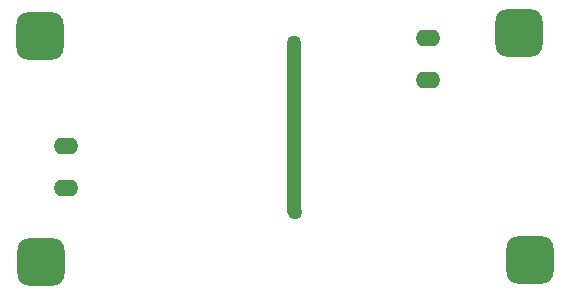
<source format=gbl>
G04*
G04 #@! TF.GenerationSoftware,Altium Limited,Altium Designer,21.3.2 (30)*
G04*
G04 Layer_Physical_Order=2*
G04 Layer_Color=16711680*
%FSLAX25Y25*%
%MOIN*%
G70*
G04*
G04 #@! TF.SameCoordinates,0F953CDF-2D95-4BA3-9E95-2DF240EAF7FD*
G04*
G04*
G04 #@! TF.FilePolarity,Positive*
G04*
G01*
G75*
%ADD26C,0.04724*%
%ADD27O,0.08268X0.05512*%
G04:AMPARAMS|DCode=28|XSize=157.48mil|YSize=157.48mil|CornerRadius=39.37mil|HoleSize=0mil|Usage=FLASHONLY|Rotation=0.000|XOffset=0mil|YOffset=0mil|HoleType=Round|Shape=RoundedRectangle|*
%AMROUNDEDRECTD28*
21,1,0.15748,0.07874,0,0,0.0*
21,1,0.07874,0.15748,0,0,0.0*
1,1,0.07874,0.03937,-0.03937*
1,1,0.07874,-0.03937,-0.03937*
1,1,0.07874,-0.03937,0.03937*
1,1,0.07874,0.03937,0.03937*
%
%ADD28ROUNDEDRECTD28*%
%ADD29C,0.05000*%
D26*
X464800Y265075D02*
X465100Y264775D01*
Y264700D02*
Y264775D01*
X464800Y265075D02*
Y321200D01*
D27*
X388800Y286579D02*
D03*
Y272800D02*
D03*
X509600Y322580D02*
D03*
Y308800D02*
D03*
D28*
X540000Y324400D02*
D03*
X380200Y323300D02*
D03*
X543500Y248700D02*
D03*
X380400Y248200D02*
D03*
D29*
X464800Y321200D02*
D03*
X465100Y264700D02*
D03*
M02*

</source>
